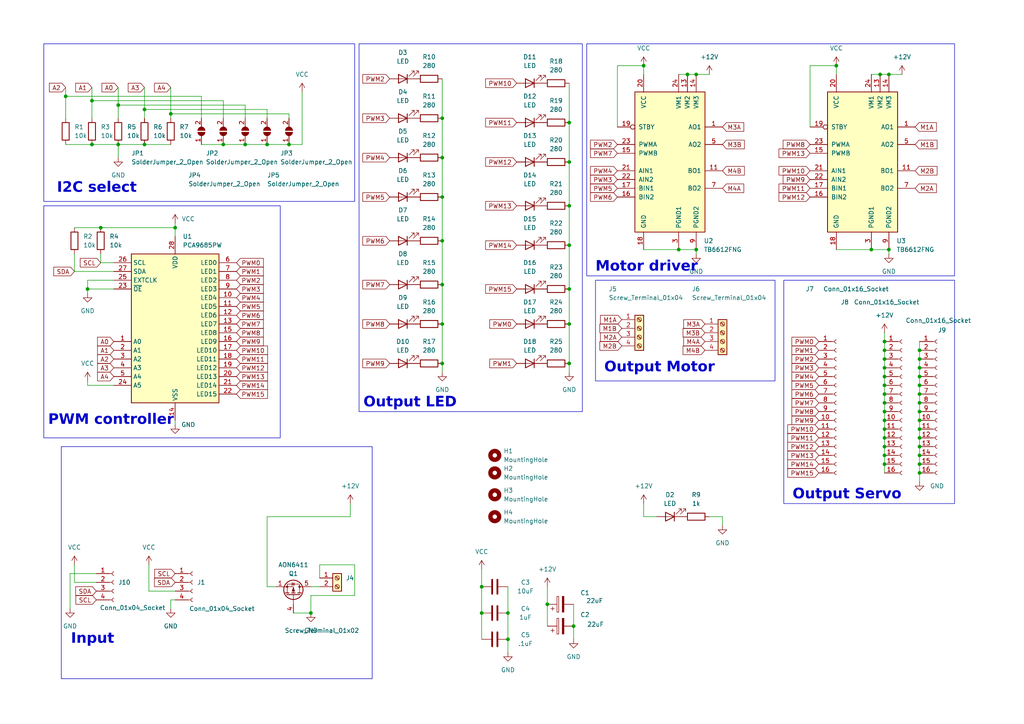
<source format=kicad_sch>
(kicad_sch (version 20231120) (generator "eeschema") (generator_version "8.0")
  (paper "A4")
  (title_block (title "Ultimate Motor Board") (date "2024-04-10") (rev "0.1") (company "Jerry de Vos") (comment 1 "StudioLab") (comment 2 "TU Delft"))
  (junction (at 64.77 41.91))
  (junction (at 90.17 177.8))
  (junction (at 19.05 27.94))
  (junction (at 256.54 129.54))
  (junction (at 266.7 137.16))
  (junction (at 165.1 35.56))
  (junction (at 266.7 114.3))
  (junction (at 256.54 101.6))
  (junction (at 147.32 185.42))
  (junction (at 257.81 72.39))
  (junction (at 128.27 69.85))
  (junction (at 139.7 177.8))
  (junction (at 266.7 104.14))
  (junction (at 128.27 57.15))
  (junction (at 256.54 114.3))
  (junction (at 128.27 45.72))
  (junction (at 266.7 127))
  (junction (at 201.93 21.59))
  (junction (at 25.4 83.82))
  (junction (at 139.7 170.18))
  (junction (at 41.91 41.91))
  (junction (at 165.1 93.98))
  (junction (at 128.27 105.41))
  (junction (at 266.7 111.76))
  (junction (at 186.69 19.05))
  (junction (at 266.7 134.62))
  (junction (at 196.85 72.39))
  (junction (at 165.1 105.41))
  (junction (at 83.82 41.91))
  (junction (at 266.7 129.54))
  (junction (at 266.7 109.22))
  (junction (at 266.7 124.46))
  (junction (at 34.29 41.91))
  (junction (at 256.54 109.22))
  (junction (at 147.32 177.8))
  (junction (at 128.27 82.55))
  (junction (at 266.7 119.38))
  (junction (at 252.73 72.39))
  (junction (at 256.54 119.38))
  (junction (at 257.81 21.59))
  (junction (at 50.8 66.04))
  (junction (at 165.1 71.12))
  (junction (at 256.54 132.08))
  (junction (at 128.27 34.29))
  (junction (at 165.1 59.69))
  (junction (at 256.54 104.14))
  (junction (at 71.12 41.91))
  (junction (at 266.7 106.68))
  (junction (at 165.1 83.82))
  (junction (at 256.54 99.06))
  (junction (at 77.47 41.91))
  (junction (at 34.29 30.48))
  (junction (at 256.54 106.68))
  (junction (at 26.67 41.91))
  (junction (at 165.1 46.99))
  (junction (at 266.7 121.92))
  (junction (at 29.21 66.04))
  (junction (at 49.53 33.02))
  (junction (at 201.93 72.39))
  (junction (at 256.54 121.92))
  (junction (at 256.54 111.76))
  (junction (at 26.67 29.21))
  (junction (at 256.54 127))
  (junction (at 266.7 132.08))
  (junction (at 266.7 101.6))
  (junction (at 128.27 93.98))
  (junction (at 266.7 116.84))
  (junction (at 41.91 31.75))
  (junction (at 256.54 116.84))
  (junction (at 256.54 134.62))
  (junction (at 255.27 21.59))
  (junction (at 158.75 175.26))
  (junction (at 166.37 181.61))
  (junction (at 242.57 19.05))
  (junction (at 256.54 124.46))
  (junction (at 199.39 21.59))
  (wire (pts (xy 165.1 59.69) (xy 165.1 71.12)))
  (wire (pts (xy 147.32 170.18) (xy 147.32 177.8)))
  (wire (pts (xy 87.63 26.67) (xy 87.63 41.91)))
  (wire (pts (xy 266.7 124.46) (xy 266.7 127)))
  (wire (pts (xy 165.1 35.56) (xy 165.1 46.99)))
  (wire (pts (xy 256.54 134.62) (xy 256.54 132.08)))
  (wire (pts (xy 102.87 163.83) (xy 102.87 172.72)))
  (wire (pts (xy 139.7 165.1) (xy 139.7 170.18)))
  (wire (pts (xy 34.29 41.91) (xy 41.91 41.91)))
  (wire (pts (xy 266.7 119.38) (xy 266.7 121.92)))
  (wire (pts (xy 25.4 85.09) (xy 25.4 83.82)))
  (wire (pts (xy 266.7 137.16) (xy 266.7 139.7)))
  (wire (pts (xy 34.29 25.4) (xy 34.29 30.48)))
  (wire (pts (xy 147.32 185.42) (xy 147.32 189.23)))
  (wire (pts (xy 256.54 121.92) (xy 256.54 119.38)))
  (wire (pts (xy 71.12 34.29) (xy 71.12 30.48)))
  (wire (pts (xy 29.21 66.04) (xy 50.8 66.04)))
  (wire (pts (xy 29.21 76.2) (xy 33.02 76.2)))
  (wire (pts (xy 166.37 175.26) (xy 166.37 181.61)))
  (wire (pts (xy 256.54 132.08) (xy 256.54 129.54)))
  (wire (pts (xy 199.39 21.59) (xy 201.93 21.59)))
  (wire (pts (xy 49.53 25.4) (xy 49.53 33.02)))
  (wire (pts (xy 25.4 111.76) (xy 33.02 111.76)))
  (wire (pts (xy 58.42 34.29) (xy 58.42 27.94)))
  (wire (pts (xy 165.1 24.13) (xy 165.1 35.56)))
  (wire (pts (xy 256.54 137.16) (xy 256.54 134.62)))
  (wire (pts (xy 256.54 99.06) (xy 256.54 96.52)))
  (wire (pts (xy 165.1 71.12) (xy 165.1 83.82)))
  (wire (pts (xy 41.91 41.91) (xy 49.53 41.91)))
  (wire (pts (xy 92.71 163.83) (xy 102.87 163.83)))
  (wire (pts (xy 77.47 34.29) (xy 77.47 31.75)))
  (wire (pts (xy 101.6 146.05) (xy 101.6 149.86)))
  (wire (pts (xy 77.47 149.86) (xy 77.47 170.18)))
  (wire (pts (xy 266.7 121.92) (xy 266.7 124.46)))
  (wire (pts (xy 266.7 114.3) (xy 266.7 116.84)))
  (wire (pts (xy 92.71 167.64) (xy 92.71 163.83)))
  (wire (pts (xy 252.73 72.39) (xy 257.81 72.39)))
  (wire (pts (xy 43.18 163.83) (xy 43.18 171.45)))
  (wire (pts (xy 21.59 66.04) (xy 29.21 66.04)))
  (wire (pts (xy 255.27 21.59) (xy 257.81 21.59)))
  (wire (pts (xy 19.05 27.94) (xy 19.05 34.29)))
  (wire (pts (xy 19.05 25.4) (xy 19.05 27.94)))
  (wire (pts (xy 256.54 129.54) (xy 256.54 127)))
  (wire (pts (xy 158.75 170.18) (xy 158.75 175.26)))
  (wire (pts (xy 83.82 33.02) (xy 49.53 33.02)))
  (wire (pts (xy 77.47 31.75) (xy 41.91 31.75)))
  (wire (pts (xy 64.77 29.21) (xy 26.67 29.21)))
  (wire (pts (xy 266.7 132.08) (xy 266.7 134.62)))
  (wire (pts (xy 252.73 21.59) (xy 255.27 21.59)))
  (wire (pts (xy 50.8 66.04) (xy 50.8 68.58)))
  (wire (pts (xy 209.55 149.86) (xy 209.55 152.4)))
  (wire (pts (xy 27.94 166.37) (xy 20.32 166.37)))
  (wire (pts (xy 205.74 149.86) (xy 209.55 149.86)))
  (wire (pts (xy 77.47 41.91) (xy 83.82 41.91)))
  (wire (pts (xy 256.54 106.68) (xy 256.54 104.14)))
  (wire (pts (xy 234.95 19.05) (xy 242.57 19.05)))
  (wire (pts (xy 43.18 171.45) (xy 50.8 171.45)))
  (wire (pts (xy 266.7 101.6) (xy 266.7 104.14)))
  (wire (pts (xy 242.57 72.39) (xy 252.73 72.39)))
  (wire (pts (xy 25.4 83.82) (xy 25.4 81.28)))
  (wire (pts (xy 128.27 22.86) (xy 128.27 34.29)))
  (wire (pts (xy 58.42 41.91) (xy 64.77 41.91)))
  (wire (pts (xy 21.59 78.74) (xy 21.59 73.66)))
  (wire (pts (xy 102.87 172.72) (xy 90.17 172.72)))
  (wire (pts (xy 256.54 116.84) (xy 256.54 114.3)))
  (wire (pts (xy 266.7 99.06) (xy 266.7 101.6)))
  (wire (pts (xy 101.6 149.86) (xy 77.47 149.86)))
  (wire (pts (xy 266.7 104.14) (xy 266.7 106.68)))
  (wire (pts (xy 83.82 34.29) (xy 83.82 33.02)))
  (wire (pts (xy 256.54 104.14) (xy 256.54 101.6)))
  (wire (pts (xy 26.67 25.4) (xy 26.67 29.21)))
  (wire (pts (xy 256.54 101.6) (xy 256.54 99.06)))
  (wire (pts (xy 77.47 170.18) (xy 80.01 170.18)))
  (wire (pts (xy 186.69 149.86) (xy 190.5 149.86)))
  (wire (pts (xy 165.1 105.41) (xy 165.1 107.95)))
  (wire (pts (xy 266.7 127) (xy 266.7 129.54)))
  (wire (pts (xy 64.77 34.29) (xy 64.77 29.21)))
  (wire (pts (xy 128.27 45.72) (xy 128.27 57.15)))
  (wire (pts (xy 41.91 31.75) (xy 41.91 34.29)))
  (wire (pts (xy 266.7 106.68) (xy 266.7 109.22)))
  (wire (pts (xy 19.05 41.91) (xy 26.67 41.91)))
  (wire (pts (xy 25.4 83.82) (xy 33.02 83.82)))
  (wire (pts (xy 85.09 177.8) (xy 90.17 177.8)))
  (wire (pts (xy 201.93 21.59) (xy 205.74 21.59)))
  (wire (pts (xy 20.32 166.37) (xy 20.32 176.53)))
  (wire (pts (xy 196.85 21.59) (xy 199.39 21.59)))
  (wire (pts (xy 41.91 25.4) (xy 41.91 31.75)))
  (wire (pts (xy 256.54 114.3) (xy 256.54 111.76)))
  (wire (pts (xy 257.81 21.59) (xy 261.62 21.59)))
  (wire (pts (xy 128.27 105.41) (xy 128.27 107.95)))
  (wire (pts (xy 186.69 146.05) (xy 186.69 149.86)))
  (wire (pts (xy 165.1 93.98) (xy 165.1 105.41)))
  (wire (pts (xy 256.54 124.46) (xy 256.54 121.92)))
  (wire (pts (xy 33.02 78.74) (xy 21.59 78.74)))
  (wire (pts (xy 179.07 36.83) (xy 179.07 19.05)))
  (wire (pts (xy 266.7 129.54) (xy 266.7 132.08)))
  (wire (pts (xy 128.27 69.85) (xy 128.27 82.55)))
  (wire (pts (xy 201.93 73.66) (xy 201.93 72.39)))
  (wire (pts (xy 266.7 111.76) (xy 266.7 114.3)))
  (wire (pts (xy 21.59 163.83) (xy 21.59 168.91)))
  (wire (pts (xy 139.7 170.18) (xy 139.7 177.8)))
  (wire (pts (xy 128.27 93.98) (xy 128.27 105.41)))
  (wire (pts (xy 26.67 41.91) (xy 34.29 41.91)))
  (wire (pts (xy 58.42 27.94) (xy 19.05 27.94)))
  (wire (pts (xy 139.7 177.8) (xy 139.7 185.42)))
  (wire (pts (xy 196.85 72.39) (xy 186.69 72.39)))
  (wire (pts (xy 49.53 33.02) (xy 49.53 34.29)))
  (wire (pts (xy 71.12 30.48) (xy 34.29 30.48)))
  (wire (pts (xy 256.54 127) (xy 256.54 124.46)))
  (wire (pts (xy 50.8 64.77) (xy 50.8 66.04)))
  (wire (pts (xy 25.4 81.28) (xy 33.02 81.28)))
  (wire (pts (xy 179.07 19.05) (xy 186.69 19.05)))
  (wire (pts (xy 201.93 72.39) (xy 196.85 72.39)))
  (wire (pts (xy 158.75 175.26) (xy 158.75 181.61)))
  (wire (pts (xy 29.21 73.66) (xy 29.21 76.2)))
  (wire (pts (xy 256.54 119.38) (xy 256.54 116.84)))
  (wire (pts (xy 256.54 111.76) (xy 256.54 109.22)))
  (wire (pts (xy 87.63 41.91) (xy 83.82 41.91)))
  (wire (pts (xy 234.95 36.83) (xy 234.95 19.05)))
  (wire (pts (xy 34.29 41.91) (xy 34.29 45.72)))
  (wire (pts (xy 90.17 177.8) (xy 90.17 172.72)))
  (wire (pts (xy 186.69 19.05) (xy 186.69 21.59)))
  (wire (pts (xy 257.81 72.39) (xy 257.81 73.66)))
  (wire (pts (xy 21.59 168.91) (xy 27.94 168.91)))
  (wire (pts (xy 147.32 177.8) (xy 147.32 185.42)))
  (wire (pts (xy 50.8 173.99) (xy 49.53 173.99)))
  (wire (pts (xy 50.8 123.19) (xy 50.8 121.92)))
  (wire (pts (xy 266.7 134.62) (xy 266.7 137.16)))
  (wire (pts (xy 165.1 46.99) (xy 165.1 59.69)))
  (wire (pts (xy 26.67 29.21) (xy 26.67 34.29)))
  (wire (pts (xy 166.37 181.61) (xy 166.37 185.42)))
  (wire (pts (xy 266.7 109.22) (xy 266.7 111.76)))
  (wire (pts (xy 256.54 109.22) (xy 256.54 106.68)))
  (wire (pts (xy 71.12 41.91) (xy 77.47 41.91)))
  (wire (pts (xy 25.4 110.49) (xy 25.4 111.76)))
  (wire (pts (xy 242.57 19.05) (xy 242.57 21.59)))
  (wire (pts (xy 128.27 82.55) (xy 128.27 93.98)))
  (wire (pts (xy 266.7 116.84) (xy 266.7 119.38)))
  (wire (pts (xy 165.1 83.82) (xy 165.1 93.98)))
  (wire (pts (xy 90.17 170.18) (xy 92.71 170.18)))
  (wire (pts (xy 49.53 173.99) (xy 49.53 176.53)))
  (wire (pts (xy 34.29 30.48) (xy 34.29 34.29)))
  (wire (pts (xy 64.77 41.91) (xy 71.12 41.91)))
  (wire (pts (xy 128.27 57.15) (xy 128.27 69.85)))
  (wire (pts (xy 128.27 34.29) (xy 128.27 45.72)))
  (rectangle (start 104.14 12.7) (end 168.91 119.38))
  (rectangle (start 12.7 12.7) (end 102.87 58.42))
  (rectangle (start 170.18 12.7) (end 276.86 80.01))
  (rectangle (start 227.33 81.28) (end 276.86 146.05))
  (rectangle (start 172.72 81.28) (end 224.79 110.49))
  (rectangle (start 12.7 59.69) (end 81.28 127))
  (rectangle (start 17.78 129.54) (end 107.95 196.85))
  (text "Output Servo" (at 229.87 146.05 0) (effects (font (size 3 3) (thickness 0.8) (bold yes)) (justify left bottom)))
  (text "Motor driver" (at 172.72 80.01 0) (effects (font (size 3 3) (thickness 0.8) (bold yes)) (justify left bottom)))
  (text "Input" (at 20.574 187.96 0) (effects (font (size 3 3) (thickness 0.8) (bold yes)) (justify left bottom)))
  (text "Output LED" (at 105.41 119.38 0) (effects (font (size 3 3) (thickness 0.8) (bold yes)) (justify left bottom)))
  (text "Output Motor" (at 175.26 109.22 0) (effects (font (size 3 3) (thickness 0.8) (bold yes)) (justify left bottom)))
  (text "I2C select" (at 16.51 57.15 0) (effects (font (size 3 3) (thickness 0.8) (bold yes)) (justify left bottom)))
  (text "PWM controller" (at 13.97 124.46 0) (effects (font (size 3 3) (thickness 0.8) (bold yes)) (justify left bottom)))
  (global_label "PWM3" (shape input) (at 237.49 106.68 180) (property "Intersheetrefs" "${INTERSHEET_REFS}" (effects (hide yes))))
  (global_label "PWM8" (shape input) (at 113.03 93.98 180) (property "Intersheetrefs" "${INTERSHEET_REFS}" (effects (hide yes))))
  (global_label "A2" (shape input) (at 19.05 25.4 180) (property "Intersheetrefs" "${INTERSHEET_REFS}" (effects (hide yes))))
  (global_label "PWM8" (shape input) (at 234.95 41.91 180) (property "Intersheetrefs" "${INTERSHEET_REFS}" (effects (hide yes))))
  (global_label "PWM5" (shape input) (at 237.49 111.76 180) (property "Intersheetrefs" "${INTERSHEET_REFS}" (effects (hide yes))))
  (global_label "PWM5" (shape input) (at 68.58 88.9 0) (property "Intersheetrefs" "${INTERSHEET_REFS}" (effects (hide yes))))
  (global_label "PWM10" (shape input) (at 68.58 101.6 0) (property "Intersheetrefs" "${INTERSHEET_REFS}" (effects (hide yes))))
  (global_label "PWM12" (shape input) (at 234.95 57.15 180) (property "Intersheetrefs" "${INTERSHEET_REFS}" (effects (hide yes))))
  (global_label "PWM7" (shape input) (at 237.49 116.84 180) (property "Intersheetrefs" "${INTERSHEET_REFS}" (effects (hide yes))))
  (global_label "PWM4" (shape input) (at 113.03 45.72 180) (property "Intersheetrefs" "${INTERSHEET_REFS}" (effects (hide yes))))
  (global_label "PWM6" (shape input) (at 237.49 114.3 180) (property "Intersheetrefs" "${INTERSHEET_REFS}" (effects (hide yes))))
  (global_label "M4A" (shape input) (at 209.55 54.61 0) (property "Intersheetrefs" "${INTERSHEET_REFS}" (effects (hide yes))))
  (global_label "PWM11" (shape input) (at 234.95 54.61 180) (property "Intersheetrefs" "${INTERSHEET_REFS}" (effects (hide yes))))
  (global_label "PWM2" (shape input) (at 113.03 22.86 180) (property "Intersheetrefs" "${INTERSHEET_REFS}" (effects (hide yes))))
  (global_label "SDA" (shape input) (at 50.8 168.91 180) (property "Intersheetrefs" "${INTERSHEET_REFS}" (effects (hide yes))))
  (global_label "PWM12" (shape input) (at 237.49 129.54 180) (property "Intersheetrefs" "${INTERSHEET_REFS}" (effects (hide yes))))
  (global_label "M1A" (shape input) (at 265.43 36.83 0) (property "Intersheetrefs" "${INTERSHEET_REFS}" (effects (hide yes))))
  (global_label "SDA" (shape input) (at 21.59 78.74 180) (property "Intersheetrefs" "${INTERSHEET_REFS}" (effects (hide yes))))
  (global_label "A1" (shape input) (at 33.02 101.6 180) (property "Intersheetrefs" "${INTERSHEET_REFS}" (effects (hide yes))))
  (global_label "A3" (shape input) (at 41.91 25.4 180) (property "Intersheetrefs" "${INTERSHEET_REFS}" (effects (hide yes))))
  (global_label "PWM9" (shape input) (at 234.95 52.07 180) (property "Intersheetrefs" "${INTERSHEET_REFS}" (effects (hide yes))))
  (global_label "PWM13" (shape input) (at 234.95 44.45 180) (property "Intersheetrefs" "${INTERSHEET_REFS}" (effects (hide yes))))
  (global_label "PWM2" (shape input) (at 237.49 104.14 180) (property "Intersheetrefs" "${INTERSHEET_REFS}" (effects (hide yes))))
  (global_label "PWM5" (shape input) (at 113.03 57.15 180) (property "Intersheetrefs" "${INTERSHEET_REFS}" (effects (hide yes))))
  (global_label "M3A" (shape input) (at 209.55 36.83 0) (property "Intersheetrefs" "${INTERSHEET_REFS}" (effects (hide yes))))
  (global_label "PWM9" (shape input) (at 237.49 121.92 180) (property "Intersheetrefs" "${INTERSHEET_REFS}" (effects (hide yes))))
  (global_label "PWM14" (shape input) (at 149.86 71.12 180) (property "Intersheetrefs" "${INTERSHEET_REFS}" (effects (hide yes))))
  (global_label "PWM15" (shape input) (at 68.58 114.3 0) (property "Intersheetrefs" "${INTERSHEET_REFS}" (effects (hide yes))))
  (global_label "PWM9" (shape input) (at 68.58 99.06 0) (property "Intersheetrefs" "${INTERSHEET_REFS}" (effects (hide yes))))
  (global_label "PWM11" (shape input) (at 68.58 104.14 0) (property "Intersheetrefs" "${INTERSHEET_REFS}" (effects (hide yes))))
  (global_label "PWM2" (shape input) (at 179.07 41.91 180) (property "Intersheetrefs" "${INTERSHEET_REFS}" (effects (hide yes))))
  (global_label "PWM1" (shape input) (at 68.58 78.74 0) (property "Intersheetrefs" "${INTERSHEET_REFS}" (effects (hide yes))))
  (global_label "M1B" (shape input) (at 265.43 41.91 0) (property "Intersheetrefs" "${INTERSHEET_REFS}" (effects (hide yes))))
  (global_label "PWM10" (shape input) (at 149.86 24.13 180) (property "Intersheetrefs" "${INTERSHEET_REFS}" (effects (hide yes))))
  (global_label "A3" (shape input) (at 33.02 106.68 180) (property "Intersheetrefs" "${INTERSHEET_REFS}" (effects (hide yes))))
  (global_label "M2A" (shape input) (at 180.34 97.79 180) (property "Intersheetrefs" "${INTERSHEET_REFS}" (effects (hide yes))))
  (global_label "M2B" (shape input) (at 180.34 100.33 180) (property "Intersheetrefs" "${INTERSHEET_REFS}" (effects (hide yes))))
  (global_label "PWM4" (shape input) (at 237.49 109.22 180) (property "Intersheetrefs" "${INTERSHEET_REFS}" (effects (hide yes))))
  (global_label "A2" (shape input) (at 33.02 104.14 180) (property "Intersheetrefs" "${INTERSHEET_REFS}" (effects (hide yes))))
  (global_label "PWM9" (shape input) (at 113.03 105.41 180) (property "Intersheetrefs" "${INTERSHEET_REFS}" (effects (hide yes))))
  (global_label "PWM13" (shape input) (at 237.49 132.08 180) (property "Intersheetrefs" "${INTERSHEET_REFS}" (effects (hide yes))))
  (global_label "M2B" (shape input) (at 265.43 49.53 0) (property "Intersheetrefs" "${INTERSHEET_REFS}" (effects (hide yes))))
  (global_label "PWM3" (shape input) (at 113.03 34.29 180) (property "Intersheetrefs" "${INTERSHEET_REFS}" (effects (hide yes))))
  (global_label "PWM0" (shape input) (at 237.49 99.06 180) (property "Intersheetrefs" "${INTERSHEET_REFS}" (effects (hide yes))))
  (global_label "M4B" (shape input) (at 209.55 49.53 0) (property "Intersheetrefs" "${INTERSHEET_REFS}" (effects (hide yes))))
  (global_label "PWM8" (shape input) (at 237.49 119.38 180) (property "Intersheetrefs" "${INTERSHEET_REFS}" (effects (hide yes))))
  (global_label "PWM11" (shape input) (at 237.49 127 180) (property "Intersheetrefs" "${INTERSHEET_REFS}" (effects (hide yes))))
  (global_label "PWM6" (shape input) (at 113.03 69.85 180) (property "Intersheetrefs" "${INTERSHEET_REFS}" (effects (hide yes))))
  (global_label "PWM6" (shape input) (at 68.58 91.44 0) (property "Intersheetrefs" "${INTERSHEET_REFS}" (effects (hide yes))))
  (global_label "SCL" (shape input) (at 29.21 76.2 180) (property "Intersheetrefs" "${INTERSHEET_REFS}" (effects (hide yes))))
  (global_label "PWM1" (shape input) (at 149.86 105.41 180) (property "Intersheetrefs" "${INTERSHEET_REFS}" (effects (hide yes))))
  (global_label "M3B" (shape input) (at 204.47 96.52 180) (property "Intersheetrefs" "${INTERSHEET_REFS}" (effects (hide yes))))
  (global_label "A4" (shape input) (at 33.02 109.22 180) (property "Intersheetrefs" "${INTERSHEET_REFS}" (effects (hide yes))))
  (global_label "M4B" (shape input) (at 204.47 101.6 180) (property "Intersheetrefs" "${INTERSHEET_REFS}" (effects (hide yes))))
  (global_label "PWM0" (shape input) (at 149.86 93.98 180) (property "Intersheetrefs" "${INTERSHEET_REFS}" (effects (hide yes))))
  (global_label "PWM1" (shape input) (at 237.49 101.6 180) (property "Intersheetrefs" "${INTERSHEET_REFS}" (effects (hide yes))))
  (global_label "PWM7" (shape input) (at 113.03 82.55 180) (property "Intersheetrefs" "${INTERSHEET_REFS}" (effects (hide yes))))
  (global_label "PWM10" (shape input) (at 237.49 124.46 180) (property "Intersheetrefs" "${INTERSHEET_REFS}" (effects (hide yes))))
  (global_label "A4" (shape input) (at 49.53 25.4 180) (property "Intersheetrefs" "${INTERSHEET_REFS}" (effects (hide yes))))
  (global_label "A0" (shape input) (at 33.02 99.06 180) (property "Intersheetrefs" "${INTERSHEET_REFS}" (effects (hide yes))))
  (global_label "PWM12" (shape input) (at 68.58 106.68 0) (property "Intersheetrefs" "${INTERSHEET_REFS}" (effects (hide yes))))
  (global_label "M2A" (shape input) (at 265.43 54.61 0) (property "Intersheetrefs" "${INTERSHEET_REFS}" (effects (hide yes))))
  (global_label "PWM4" (shape input) (at 179.07 49.53 180) (property "Intersheetrefs" "${INTERSHEET_REFS}" (effects (hide yes))))
  (global_label "PWM15" (shape input) (at 237.49 137.16 180) (property "Intersheetrefs" "${INTERSHEET_REFS}" (effects (hide yes))))
  (global_label "SCL" (shape input) (at 50.8 166.37 180) (property "Intersheetrefs" "${INTERSHEET_REFS}" (effects (hide yes))))
  (global_label "PWM4" (shape input) (at 68.58 86.36 0) (property "Intersheetrefs" "${INTERSHEET_REFS}" (effects (hide yes))))
  (global_label "PWM11" (shape input) (at 149.86 35.56 180) (property "Intersheetrefs" "${INTERSHEET_REFS}" (effects (hide yes))))
  (global_label "PWM8" (shape input) (at 68.58 96.52 0) (property "Intersheetrefs" "${INTERSHEET_REFS}" (effects (hide yes))))
  (global_label "SCL" (shape input) (at 27.94 173.99 180) (property "Intersheetrefs" "${INTERSHEET_REFS}" (effects (hide yes))))
  (global_label "PWM10" (shape input) (at 234.95 49.53 180) (property "Intersheetrefs" "${INTERSHEET_REFS}" (effects (hide yes))))
  (global_label "M4A" (shape input) (at 204.47 99.06 180) (property "Intersheetrefs" "${INTERSHEET_REFS}" (effects (hide yes))))
  (global_label "PWM6" (shape input) (at 179.07 57.15 180) (property "Intersheetrefs" "${INTERSHEET_REFS}" (effects (hide yes))))
  (global_label "PWM15" (shape input) (at 149.86 83.82 180) (property "Intersheetrefs" "${INTERSHEET_REFS}" (effects (hide yes))))
  (global_label "PWM0" (shape input) (at 68.58 76.2 0) (property "Intersheetrefs" "${INTERSHEET_REFS}" (effects (hide yes))))
  (global_label "PWM5" (shape input) (at 179.07 54.61 180) (property "Intersheetrefs" "${INTERSHEET_REFS}" (effects (hide yes))))
  (global_label "M1B" (shape input) (at 180.34 95.25 180) (property "Intersheetrefs" "${INTERSHEET_REFS}" (effects (hide yes))))
  (global_label "A1" (shape input) (at 26.67 25.4 180) (property "Intersheetrefs" "${INTERSHEET_REFS}" (effects (hide yes))))
  (global_label "PWM13" (shape input) (at 149.86 59.69 180) (property "Intersheetrefs" "${INTERSHEET_REFS}" (effects (hide yes))))
  (global_label "M3B" (shape input) (at 209.55 41.91 0) (property "Intersheetrefs" "${INTERSHEET_REFS}" (effects (hide yes))))
  (global_label "PWM7" (shape input) (at 68.58 93.98 0) (property "Intersheetrefs" "${INTERSHEET_REFS}" (effects (hide yes))))
  (global_label "PWM3" (shape input) (at 68.58 83.82 0) (property "Intersheetrefs" "${INTERSHEET_REFS}" (effects (hide yes))))
  (global_label "M1A" (shape input) (at 180.34 92.71 180) (property "Intersheetrefs" "${INTERSHEET_REFS}" (effects (hide yes))))
  (global_label "PWM12" (shape input) (at 149.86 46.99 180) (property "Intersheetrefs" "${INTERSHEET_REFS}" (effects (hide yes))))
  (global_label "PWM3" (shape input) (at 179.07 52.07 180) (property "Intersheetrefs" "${INTERSHEET_REFS}" (effects (hide yes))))
  (global_label "PWM14" (shape input) (at 68.58 111.76 0) (property "Intersheetrefs" "${INTERSHEET_REFS}" (effects (hide yes))))
  (global_label "PWM2" (shape input) (at 68.58 81.28 0) (property "Intersheetrefs" "${INTERSHEET_REFS}" (effects (hide yes))))
  (global_label "M3A" (shape input) (at 204.47 93.98 180) (property "Intersheetrefs" "${INTERSHEET_REFS}" (effects (hide yes))))
  (global_label "A0" (shape input) (at 34.29 25.4 180) (property "Intersheetrefs" "${INTERSHEET_REFS}" (effects (hide yes))))
  (global_label "PWM7" (shape input) (at 179.07 44.45 180) (property "Intersheetrefs" "${INTERSHEET_REFS}" (effects (hide yes))))
  (global_label "SDA" (shape input) (at 27.94 171.45 180) (property "Intersheetrefs" "${INTERSHEET_REFS}" (effects (hide yes))))
  (global_label "PWM14" (shape input) (at 237.49 134.62 180) (property "Intersheetrefs" "${INTERSHEET_REFS}" (effects (hide yes))))
  (global_label "PWM13" (shape input) (at 68.58 109.22 0) (property "Intersheetrefs" "${INTERSHEET_REFS}" (effects (hide yes))))
  (symbol (lib_id "Device:C_Polarized") (at 162.56 181.61 90) (unit 1)
    (property "Reference" "C2" (at 169.672 178.308 90))
    (property "Value" "22uF" (at 172.72 181.102 90))
    (property "Footprint" "Capacitor_SMD:CP_Elec_6.3x5.7" (effects (hide yes)))
    (property "Description" "Polarized capacitor" (effects (hide yes)))
  )
  (symbol (lib_id "Device:LED") (at 153.67 46.99 180) (unit 1)
    (property "Reference" "D13" (at 153.67 39.37 0))
    (property "Value" "LED" (at 153.67 41.91 0))
    (property "Footprint" "LED_SMD:LED_0805_2012Metric_Pad1.15x1.40mm_HandSolder" (effects (hide yes)))
  )
  (symbol (lib_id "Device:R") (at 124.46 105.41 90) (unit 1)
    (property "Reference" "R17" (at 124.46 99.06 90))
    (property "Value" "280" (at 124.46 101.6 90))
    (property "Footprint" "Resistor_SMD:R_0805_2012Metric_Pad1.20x1.40mm_HandSolder" (effects (hide yes)))
  )
  (symbol (lib_id "Device:LED") (at 116.84 22.86 180) (unit 1)
    (property "Reference" "D3" (at 116.84 15.24 0))
    (property "Value" "LED" (at 116.84 17.78 0))
    (property "Footprint" "LED_SMD:LED_0805_2012Metric_Pad1.15x1.40mm_HandSolder" (effects (hide yes)))
  )
  (symbol (lib_id "Device:LED") (at 116.84 93.98 180) (unit 1)
    (property "Reference" "D9" (at 116.84 86.36 0))
    (property "Value" "LED" (at 116.84 88.9 0))
    (property "Footprint" "LED_SMD:LED_0805_2012Metric_Pad1.15x1.40mm_HandSolder" (effects (hide yes)))
  )
  (symbol (lib_id "power:+12V") (at 205.74 21.59 0) (unit 1)
    (property "Reference" "#PWR01" (effects (hide yes)))
    (property "Value" "+12V" (at 205.74 16.51 0))
  )
  (symbol (lib_id "Device:R") (at 124.46 45.72 90) (unit 1)
    (property "Reference" "R12" (at 124.46 39.37 90))
    (property "Value" "280" (at 124.46 41.91 90))
    (property "Footprint" "Resistor_SMD:R_0805_2012Metric_Pad1.20x1.40mm_HandSolder" (effects (hide yes)))
  )
  (symbol (lib_id "Device:LED") (at 153.67 35.56 180) (unit 1)
    (property "Reference" "D12" (at 153.67 27.94 0))
    (property "Value" "LED" (at 153.67 30.48 0))
    (property "Footprint" "LED_SMD:LED_0805_2012Metric_Pad1.15x1.40mm_HandSolder" (effects (hide yes)))
  )
  (symbol (lib_id "Device:R") (at 124.46 69.85 90) (unit 1)
    (property "Reference" "R14" (at 124.46 63.5 90))
    (property "Value" "280" (at 124.46 66.04 90))
    (property "Footprint" "Resistor_SMD:R_0805_2012Metric_Pad1.20x1.40mm_HandSolder" (effects (hide yes)))
  )
  (symbol (lib_id "Device:R") (at 19.05 38.1 0) (unit 1)
    (property "Reference" "R1" (at 21.59 36.83 0) (effects (justify left)))
    (property "Value" "10k" (at 21.59 39.37 0) (effects (justify left)))
    (property "Footprint" "Resistor_SMD:R_0805_2012Metric_Pad1.20x1.40mm_HandSolder" (effects (hide yes)))
  )
  (symbol (lib_id "Connector:Screw_Terminal_01x02") (at 97.79 167.64 0) (unit 1)
    (property "Reference" "J4" (at 100.33 167.64 0) (effects (justify left)))
    (property "Value" "Screw_Terminal_01x02" (at 82.55 182.88 0) (effects (justify left)))
    (property "Footprint" "TerminalBlock_Phoenix:TerminalBlock_Phoenix_PT-1,5-2-5.0-H_1x02_P5.00mm_Horizontal" (effects (hide yes)))
  )
  (symbol (lib_id "Device:R") (at 29.21 69.85 0) (unit 1)
    (property "Reference" "R4" (at 31.75 68.58 0) (effects (justify left)))
    (property "Value" "10k" (at 31.75 71.12 0) (effects (justify left)))
    (property "Footprint" "Resistor_SMD:R_0805_2012Metric_Pad1.20x1.40mm_HandSolder" (effects (hide yes)))
  )
  (symbol (lib_id "Connector:Conn_01x04_Socket") (at 55.88 168.91 0) (unit 1)
    (property "Reference" "J1" (at 57.15 168.91 0) (effects (justify left)))
    (property "Value" "Conn_01x04_Socket" (at 54.864 176.53 0) (effects (justify left)))
    (property "Footprint" "Connector:NS-Tech_Grove_1x04_P2mm_Vertical" (effects (hide yes)))
  )
  (symbol (lib_id "Device:C") (at 143.51 177.8 90) (unit 1)
    (property "Reference" "C4" (at 152.4 176.53 90))
    (property "Value" "1uF" (at 152.4 179.07 90))
    (property "Footprint" "Capacitor_SMD:C_0805_2012Metric_Pad1.18x1.45mm_HandSolder" (effects (hide yes)))
  )
  (symbol (lib_id "Device:LED") (at 116.84 105.41 180) (unit 1)
    (property "Reference" "D10" (at 116.84 99.06 0))
    (property "Value" "LED" (at 116.84 101.6 0))
    (property "Footprint" "LED_SMD:LED_0805_2012Metric_Pad1.15x1.40mm_HandSolder" (effects (hide yes)))
  )
  (symbol (lib_id "power:VCC") (at 186.69 19.05 0) (unit 1)
    (property "Reference" "#PWR023" (effects (hide yes)))
    (property "Value" "VCC" (at 186.69 13.97 0))
  )
  (symbol (lib_id "Mechanical:MountingHole") (at 143.51 132.08 0) (unit 1)
    (property "Reference" "H1" (at 146.05 130.81 0) (effects (justify left)))
    (property "Value" "MountingHole" (at 146.05 133.35 0) (effects (justify left)))
    (property "Footprint" "MountingHole:MountingHole_2.5mm" (effects (hide yes)))
  )
  (symbol (lib_id "Connector:Conn_01x16_Socket") (at 242.57 116.84 0) (unit 1)
    (property "Reference" "J7" (at 233.68 83.82 0) (effects (justify left)))
    (property "Value" "Conn_01x16_Socket" (at 238.76 83.82 0) (effects (justify left)))
    (property "Footprint" "Connector_PinHeader_2.54mm:PinHeader_1x16_P2.54mm_Vertical" (effects (hide yes)))
  )
  (symbol (lib_id "power:VCC") (at 50.8 64.77 0) (unit 1)
    (property "Reference" "#PWR08" (effects (hide yes)))
    (property "Value" "VCC" (at 54.61 63.5 0))
  )
  (symbol (lib_id "Device:R") (at 161.29 35.56 90) (unit 1)
    (property "Reference" "R19" (at 161.29 29.21 90))
    (property "Value" "280" (at 161.29 31.75 90))
    (property "Footprint" "Resistor_SMD:R_0805_2012Metric_Pad1.20x1.40mm_HandSolder" (effects (hide yes)))
  )
  (symbol (lib_id "Device:LED") (at 153.67 83.82 180) (unit 1)
    (property "Reference" "D16" (at 153.67 76.2 0))
    (property "Value" "LED" (at 153.67 78.74 0))
    (property "Footprint" "LED_SMD:LED_0805_2012Metric_Pad1.15x1.40mm_HandSolder" (effects (hide yes)))
  )
  (symbol (lib_id "Device:LED") (at 153.67 71.12 180) (unit 1)
    (property "Reference" "D15" (at 153.67 63.5 0))
    (property "Value" "LED" (at 153.67 66.04 0))
    (property "Footprint" "LED_SMD:LED_0805_2012Metric_Pad1.15x1.40mm_HandSolder" (effects (hide yes)))
  )
  (symbol (lib_id "power:GND") (at 20.32 176.53 0) (unit 1)
    (property "Reference" "#PWR032" (effects (hide yes)))
    (property "Value" "GND" (at 20.32 181.61 0))
  )
  (symbol (lib_id "Device:R") (at 161.29 71.12 90) (unit 1)
    (property "Reference" "R22" (at 161.29 64.77 90))
    (property "Value" "280" (at 161.29 67.31 90))
    (property "Footprint" "Resistor_SMD:R_0805_2012Metric_Pad1.20x1.40mm_HandSolder" (effects (hide yes)))
  )
  (symbol (lib_id "power:GND") (at 128.27 107.95 0) (unit 1)
    (property "Reference" "#PWR021" (effects (hide yes)))
    (property "Value" "GND" (at 128.27 113.03 0))
  )
  (symbol (lib_id "power:VCC") (at 139.7 165.1 0) (unit 1)
    (property "Reference" "#PWR019" (effects (hide yes)))
    (property "Value" "VCC" (at 139.7 160.02 0))
  )
  (symbol (lib_id "Device:R") (at 124.46 34.29 90) (unit 1)
    (property "Reference" "R11" (at 124.46 27.94 90))
    (property "Value" "280" (at 124.46 30.48 90))
    (property "Footprint" "Resistor_SMD:R_0805_2012Metric_Pad1.20x1.40mm_HandSolder" (effects (hide yes)))
  )
  (symbol (lib_id "Device:R") (at 124.46 57.15 90) (unit 1)
    (property "Reference" "R13" (at 124.46 50.8 90))
    (property "Value" "280" (at 124.46 53.34 90))
    (property "Footprint" "Resistor_SMD:R_0805_2012Metric_Pad1.20x1.40mm_HandSolder" (effects (hide yes)))
  )
  (symbol (lib_id "power:+12V") (at 186.69 146.05 0) (unit 1)
    (property "Reference" "#PWR014" (effects (hide yes)))
    (property "Value" "+12V" (at 186.69 140.97 0))
  )
  (symbol (lib_id "Device:LED") (at 116.84 45.72 180) (unit 1)
    (property "Reference" "D5" (at 116.84 38.1 0))
    (property "Value" "LED" (at 116.84 40.64 0))
    (property "Footprint" "LED_SMD:LED_0805_2012Metric_Pad1.15x1.40mm_HandSolder" (effects (hide yes)))
  )
  (symbol (lib_id "Device:R") (at 161.29 105.41 90) (unit 1)
    (property "Reference" "R25" (at 161.29 99.06 90))
    (property "Value" "280" (at 161.29 101.6 90))
    (property "Footprint" "Resistor_SMD:R_0805_2012Metric_Pad1.20x1.40mm_HandSolder" (effects (hide yes)))
  )
  (symbol (lib_id "Device:R") (at 161.29 93.98 90) (unit 1)
    (property "Reference" "R24" (at 161.29 87.63 90))
    (property "Value" "280" (at 161.29 90.17 90))
    (property "Footprint" "Resistor_SMD:R_0805_2012Metric_Pad1.20x1.40mm_HandSolder" (effects (hide yes)))
  )
  (symbol (lib_id "Device:R") (at 26.67 38.1 0) (unit 1)
    (property "Reference" "R3" (at 29.21 36.83 0) (effects (justify left)))
    (property "Value" "10k" (at 29.21 39.37 0) (effects (justify left)))
    (property "Footprint" "Resistor_SMD:R_0805_2012Metric_Pad1.20x1.40mm_HandSolder" (effects (hide yes)))
  )
  (symbol (lib_id "Device:R") (at 124.46 22.86 90) (unit 1)
    (property "Reference" "R10" (at 124.46 16.51 90))
    (property "Value" "280" (at 124.46 19.05 90))
    (property "Footprint" "Resistor_SMD:R_0805_2012Metric_Pad1.20x1.40mm_HandSolder" (effects (hide yes)))
  )
  (symbol (lib_id "Connector:Conn_01x16_Socket") (at 271.78 116.84 0) (unit 1)
    (property "Reference" "J9" (at 272.034 95.758 0) (effects (justify left)))
    (property "Value" "Conn_01x16_Socket" (at 262.636 92.964 0) (effects (justify left)))
    (property "Footprint" "Connector_PinHeader_2.54mm:PinHeader_1x16_P2.54mm_Vertical" (effects (hide yes)))
  )
  (symbol (lib_id "power:GND") (at 34.29 45.72 0) (unit 1)
    (property "Reference" "#PWR06" (effects (hide yes)))
    (property "Value" "GND" (at 34.29 50.8 0))
  )
  (symbol (lib_id "power:GND") (at 50.8 123.19 0) (unit 1)
    (property "Reference" "#PWR09" (effects (hide yes)))
    (property "Value" "GND" (at 54.61 123.19 0))
  )
  (symbol (lib_id "Mechanical:MountingHole") (at 143.51 149.86 0) (unit 1)
    (property "Reference" "H4" (at 146.05 148.59 0) (effects (justify left)))
    (property "Value" "MountingHole" (at 146.05 151.13 0) (effects (justify left)))
    (property "Footprint" "MountingHole:MountingHole_2.5mm" (effects (hide yes)))
  )
  (symbol (lib_id "Device:LED") (at 116.84 82.55 180) (unit 1)
    (property "Reference" "D8" (at 116.84 73.66 0))
    (property "Value" "LED" (at 116.84 76.2 0))
    (property "Footprint" "LED_SMD:LED_0805_2012Metric_Pad1.15x1.40mm_HandSolder" (effects (hide yes)))
  )
  (symbol (lib_id "power:VCC") (at 21.59 163.83 0) (unit 1)
    (property "Reference" "#PWR031" (effects (hide yes)))
    (property "Value" "VCC" (at 21.59 158.75 0))
  )
  (symbol (lib_id "Jumper:SolderJumper_2_Open") (at 77.47 38.1 90) (unit 1)
    (property "Reference" "JP4" (at 54.61 50.8 90) (effects (justify right)))
    (property "Value" "SolderJumper_2_Open" (at 54.61 53.34 90) (effects (justify right)))
    (property "Footprint" "Jumper:SolderJumper-2_P1.3mm_Open_TrianglePad1.0x1.5mm" (effects (hide yes)))
  )
  (symbol (lib_id "power:GND") (at 166.37 185.42 0) (unit 1)
    (property "Reference" "#PWR016" (effects (hide yes)))
    (property "Value" "GND" (at 166.37 190.5 0))
  )
  (symbol (lib_id "Device:LED") (at 116.84 57.15 180) (unit 1)
    (property "Reference" "D6" (at 116.84 49.53 0))
    (property "Value" "LED" (at 116.84 52.07 0))
    (property "Footprint" "LED_SMD:LED_0805_2012Metric_Pad1.15x1.40mm_HandSolder" (effects (hide yes)))
  )
  (symbol (lib_id "Jumper:SolderJumper_2_Open") (at 71.12 38.1 90) (unit 1)
    (property "Reference" "JP3" (at 81.28 44.45 90) (effects (justify right)))
    (property "Value" "SolderJumper_2_Open" (at 81.28 46.99 90) (effects (justify right)))
    (property "Footprint" "Jumper:SolderJumper-2_P1.3mm_Open_TrianglePad1.0x1.5mm" (effects (hide yes)))
  )
  (symbol (lib_id "Device:R") (at 21.59 69.85 0) (unit 1)
    (property "Reference" "R2" (at 24.13 68.58 0) (effects (justify left)))
    (property "Value" "10k" (at 24.13 71.12 0) (effects (justify left)))
    (property "Footprint" "Resistor_SMD:R_0805_2012Metric_Pad1.20x1.40mm_HandSolder" (effects (hide yes)))
  )
  (symbol (lib_id "power:+12V") (at 256.54 96.52 0) (unit 1)
    (property "Reference" "#PWR07" (effects (hide yes)))
    (property "Value" "+12V" (at 256.54 91.44 0))
  )
  (symbol (lib_id "Device:LED") (at 116.84 34.29 180) (unit 1)
    (property "Reference" "D4" (at 116.84 26.67 0))
    (property "Value" "LED" (at 116.84 29.21 0))
    (property "Footprint" "LED_SMD:LED_0805_2012Metric_Pad1.15x1.40mm_HandSolder" (effects (hide yes)))
  )
  (symbol (lib_id "Driver_LED:PCA9685PW") (at 50.8 93.98 0) (unit 1)
    (property "Reference" "U1" (at 52.9941 68.58 0) (effects (justify left)))
    (property "Value" "PCA9685PW" (at 52.9941 71.12 0) (effects (justify left)))
    (property "Footprint" "Package_SO:TSSOP-28_4.4x9.7mm_P0.65mm" (effects (hide yes)))
    (property "Datasheet" "http://www.nxp.com/docs/en/data-sheet/PCA9685.pdf" (effects (hide yes)))
  )
  (symbol (lib_id "Device:LED") (at 153.67 59.69 180) (unit 1)
    (property "Reference" "D14" (at 153.67 50.8 0))
    (property "Value" "LED" (at 153.67 53.34 0))
    (property "Footprint" "LED_SMD:LED_0805_2012Metric_Pad1.15x1.40mm_HandSolder" (effects (hide yes)))
  )
  (symbol (lib_id "Mechanical:MountingHole") (at 143.51 143.51 0) (unit 1)
    (property "Reference" "H3" (at 146.05 142.24 0) (effects (justify left)))
    (property "Value" "MountingHole" (at 146.05 144.78 0) (effects (justify left)))
    (property "Footprint" "MountingHole:MountingHole_2.5mm" (effects (hide yes)))
  )
  (symbol (lib_id "Device:LED") (at 153.67 93.98 180) (unit 1)
    (property "Reference" "D17" (at 153.67 87.63 0))
    (property "Value" "LED" (at 153.67 90.17 0))
    (property "Footprint" "LED_SMD:LED_0805_2012Metric_Pad1.15x1.40mm_HandSolder" (effects (hide yes)))
  )
  (symbol (lib_id "Device:R") (at 161.29 24.13 90) (unit 1)
    (property "Reference" "R18" (at 161.29 17.78 90))
    (property "Value" "280" (at 161.29 20.32 90))
    (property "Footprint" "Resistor_SMD:R_0805_2012Metric_Pad1.20x1.40mm_HandSolder" (effects (hide yes)))
  )
  (symbol (lib_id "Device:R") (at 161.29 46.99 90) (unit 1)
    (property "Reference" "R20" (at 161.29 40.64 90))
    (property "Value" "280" (at 161.29 43.18 90))
    (property "Footprint" "Resistor_SMD:R_0805_2012Metric_Pad1.20x1.40mm_HandSolder" (effects (hide yes)))
  )
  (symbol (lib_id "Device:R") (at 161.29 59.69 90) (unit 1)
    (property "Reference" "R21" (at 161.29 53.34 90))
    (property "Value" "280" (at 161.29 55.88 90))
    (property "Footprint" "Resistor_SMD:R_0805_2012Metric_Pad1.20x1.40mm_HandSolder" (effects (hide yes)))
  )
  (symbol (lib_id "Device:R") (at 34.29 38.1 0) (unit 1)
    (property "Reference" "R5" (at 36.83 36.83 0) (effects (justify left)))
    (property "Value" "10k" (at 36.83 39.37 0) (effects (justify left)))
    (property "Footprint" "Resistor_SMD:R_0805_2012Metric_Pad1.20x1.40mm_HandSolder" (effects (hide yes)))
  )
  (symbol (lib_id "power:VCC") (at 25.4 110.49 0) (unit 1)
    (property "Reference" "#PWR05" (effects (hide yes)))
    (property "Value" "VCC" (at 25.4 105.41 0))
  )
  (symbol (lib_id "power:+12V") (at 101.6 146.05 0) (unit 1)
    (property "Reference" "#PWR010" (effects (hide yes)))
    (property "Value" "+12V" (at 101.6 140.97 0))
  )
  (symbol (lib_id "Device:R") (at 201.93 149.86 90) (unit 1)
    (property "Reference" "R9" (at 201.93 143.51 90))
    (property "Value" "1k" (at 201.93 146.05 90))
    (property "Footprint" "Resistor_SMD:R_0805_2012Metric_Pad1.20x1.40mm_HandSolder" (effects (hide yes)))
  )
  (symbol (lib_id "Device:C") (at 143.51 185.42 90) (unit 1)
    (property "Reference" "C5" (at 152.4 184.15 90))
    (property "Value" ".1uF" (at 152.4 186.69 90))
    (property "Footprint" "Capacitor_SMD:C_0805_2012Metric_Pad1.18x1.45mm_HandSolder" (effects (hide yes)))
  )
  (symbol (lib_id "Device:R") (at 49.53 38.1 0) (unit 1)
    (property "Reference" "R7" (at 52.07 36.83 0) (effects (justify left)))
    (property "Value" "10k" (at 52.07 39.37 0) (effects (justify left)))
    (property "Footprint" "Resistor_SMD:R_0805_2012Metric_Pad1.20x1.40mm_HandSolder" (effects (hide yes)))
  )
  (symbol (lib_id "power:GND") (at 90.17 177.8 0) (unit 1)
    (property "Reference" "#PWR011" (effects (hide yes)))
    (property "Value" "GND" (at 90.17 182.88 0))
  )
  (symbol (lib_id "Transistor_FET:AON6411") (at 85.09 172.72 270) (mirror x) (unit 1)
    (property "Reference" "Q1" (at 85.09 166.37 90))
    (property "Value" "AON6411" (at 85.09 163.83 90))
    (property "Footprint" "Package_DFN_QFN:AO_DFN-8-1EP_5.55x5.2mm_P1.27mm_EP4.12x4.6mm" (effects (hide yes)))
    (property "Datasheet" "http://www.aosmd.com/res/data_sheets/AON6411.pdf" (effects (hide yes)))
  )
  (symbol (lib_id "Device:R") (at 124.46 82.55 90) (unit 1)
    (property "Reference" "R15" (at 124.46 76.2 90))
    (property "Value" "280" (at 124.46 78.74 90))
    (property "Footprint" "Resistor_SMD:R_0805_2012Metric_Pad1.20x1.40mm_HandSolder" (effects (hide yes)))
  )
  (symbol (lib_id "Connector:Screw_Terminal_01x04") (at 209.55 96.52 0) (unit 1)
    (property "Reference" "J6" (at 200.66 83.82 0) (effects (justify left)))
    (property "Value" "Screw_Terminal_01x04" (at 200.66 86.36 0) (effects (justify left)))
    (property "Footprint" "TerminalBlock_Phoenix:TerminalBlock_Phoenix_PT-1,5-4-5.0-H_1x04_P5.00mm_Horizontal" (effects (hide yes)))
  )
  (symbol (lib_id "Device:R") (at 124.46 93.98 90) (unit 1)
    (property "Reference" "R16" (at 124.46 87.63 90))
    (property "Value" "280" (at 124.46 90.17 90))
    (property "Footprint" "Resistor_SMD:R_0805_2012Metric_Pad1.20x1.40mm_HandSolder" (effects (hide yes)))
  )
  (symbol (lib_id "power:GND") (at 147.32 189.23 0) (unit 1)
    (property "Reference" "#PWR020" (effects (hide yes)))
    (property "Value" "GND" (at 147.32 194.31 0))
  )
  (symbol (lib_id "Connector:Screw_Terminal_01x04") (at 185.42 95.25 0) (unit 1)
    (property "Reference" "J5" (at 176.53 83.82 0) (effects (justify left)))
    (property "Value" "Screw_Terminal_01x04" (at 176.53 86.36 0) (effects (justify left)))
    (property "Footprint" "TerminalBlock_Phoenix:TerminalBlock_Phoenix_PT-1,5-4-5.0-H_1x04_P5.00mm_Horizontal" (effects (hide yes)))
  )
  (symbol (lib_id "Connector:Conn_01x16_Socket") (at 261.62 116.84 0) (unit 1)
    (property "Reference" "J8" (at 243.84 87.63 0) (effects (justify left)))
    (property "Value" "Conn_01x16_Socket" (at 247.65 87.63 0) (effects (justify left)))
    (property "Footprint" "Connector_PinHeader_2.54mm:PinHeader_1x16_P2.54mm_Vertical" (effects (hide yes)))
  )
  (symbol (lib_id "power:GND") (at 266.7 139.7 0) (unit 1)
    (property "Reference" "#PWR030" (effects (hide yes)))
    (property "Value" "GND" (at 271.78 140.97 0))
  )
  (symbol (lib_id "Driver_Motor:TB6612FNG") (at 194.31 46.99 0) (unit 1)
    (property "Reference" "U2" (at 204.1241 69.85 0) (effects (justify left)))
    (property "Value" "TB6612FNG" (at 204.1241 72.39 0) (effects (justify left)))
    (property "Footprint" "Package_SO:SSOP-24_5.3x8.2mm_P0.65mm" (effects (hide yes)))
    (property "Datasheet" "https://toshiba.semicon-storage.com/us/product/linear/motordriver/detail.TB6612FNG.html" (effects (hide yes)))
  )
  (symbol (lib_id "Mechanical:MountingHole") (at 143.51 137.16 0) (unit 1)
    (property "Reference" "H2" (at 146.05 135.89 0) (effects (justify left)))
    (property "Value" "MountingHole" (at 146.05 138.43 0) (effects (justify left)))
    (property "Footprint" "MountingHole:MountingHole_2.5mm" (effects (hide yes)))
  )
  (symbol (lib_id "Device:LED") (at 153.67 24.13 180) (unit 1)
    (property "Reference" "D11" (at 153.67 16.51 0))
    (property "Value" "LED" (at 153.67 19.05 0))
    (property "Footprint" "LED_SMD:LED_0805_2012Metric_Pad1.15x1.40mm_HandSolder" (effects (hide yes)))
  )
  (symbol (lib_id "power:GND") (at 165.1 107.95 0) (unit 1)
    (property "Reference" "#PWR022" (effects (hide yes)))
    (property "Value" "GND" (at 165.1 113.03 0))
  )
  (symbol (lib_id "Device:LED") (at 194.31 149.86 180) (unit 1)
    (property "Reference" "D2" (at 194.31 143.51 0))
    (property "Value" "LED" (at 194.31 146.05 0))
    (property "Footprint" "LED_SMD:LED_0805_2012Metric_Pad1.15x1.40mm_HandSolder" (effects (hide yes)))
  )
  (symbol (lib_id "Jumper:SolderJumper_2_Open") (at 58.42 38.1 90) (unit 1)
    (property "Reference" "JP1" (at 38.1 44.45 90) (effects (justify right)))
    (property "Value" "SolderJumper_2_Open" (at 38.1 46.99 90) (effects (justify right)))
    (property "Footprint" "Jumper:SolderJumper-2_P1.3mm_Open_TrianglePad1.0x1.5mm" (effects (hide yes)))
  )
  (symbol (lib_id "Device:R") (at 41.91 38.1 0) (unit 1)
    (property "Reference" "R6" (at 44.45 36.83 0) (effects (justify left)))
    (property "Value" "10k" (at 44.45 39.37 0) (effects (justify left)))
    (property "Footprint" "Resistor_SMD:R_0805_2012Metric_Pad1.20x1.40mm_HandSolder" (effects (hide yes)))
  )
  (symbol (lib_id "power:+12V") (at 158.75 170.18 0) (unit 1)
    (property "Reference" "#PWR015" (effects (hide yes)))
    (property "Value" "+12V" (at 158.75 165.1 0))
  )
  (symbol (lib_id "Device:LED") (at 116.84 69.85 180) (unit 1)
    (property "Reference" "D7" (at 116.84 60.96 0))
    (property "Value" "LED" (at 116.84 63.5 0))
    (property "Footprint" "LED_SMD:LED_0805_2012Metric_Pad1.15x1.40mm_HandSolder" (effects (hide yes)))
  )
  (symbol (lib_id "Jumper:SolderJumper_2_Open") (at 83.82 38.1 90) (unit 1)
    (property "Reference" "JP5" (at 77.47 50.8 90) (effects (justify right)))
    (property "Value" "SolderJumper_2_Open" (at 77.47 53.34 90) (effects (justify right)))
    (property "Footprint" "Jumper:SolderJumper-2_P1.3mm_Open_TrianglePad1.0x1.5mm" (effects (hide yes)))
  )
  (symbol (lib_id "power:GND") (at 201.93 73.66 0) (unit 1)
    (property "Reference" "#PWR024" (effects (hide yes)))
    (property "Value" "GND" (at 201.93 78.74 0))
  )
  (symbol (lib_id "power:VCC") (at 43.18 163.83 0) (unit 1)
    (property "Reference" "#PWR02" (effects (hide yes)))
    (property "Value" "VCC" (at 43.18 158.75 0))
  )
  (symbol (lib_id "power:GND") (at 49.53 176.53 0) (unit 1)
    (property "Reference" "#PWR03" (effects (hide yes)))
    (property "Value" "GND" (at 49.53 181.61 0))
  )
  (symbol (lib_id "power:+12V") (at 261.62 21.59 0) (unit 1)
    (property "Reference" "#PWR012" (effects (hide yes)))
    (property "Value" "+12V" (at 261.62 16.51 0))
  )
  (symbol (lib_id "Jumper:SolderJumper_2_Open") (at 64.77 38.1 90) (unit 1)
    (property "Reference" "JP2" (at 59.69 44.45 90) (effects (justify right)))
    (property "Value" "SolderJumper_2_Open" (at 59.69 46.99 90) (effects (justify right)))
    (property "Footprint" "Jumper:SolderJumper-2_P1.3mm_Open_TrianglePad1.0x1.5mm" (effects (hide yes)))
  )
  (symbol (lib_id "power:GND") (at 25.4 85.09 0) (unit 1)
    (property "Reference" "#PWR04" (effects (hide yes)))
    (property "Value" "GND" (at 25.4 90.17 0))
  )
  (symbol (lib_id "Device:LED") (at 153.67 105.41 180) (unit 1)
    (property "Reference" "D18" (at 153.67 99.06 0))
    (property "Value" "LED" (at 153.67 101.6 0))
    (property "Footprint" "LED_SMD:LED_0805_2012Metric_Pad1.15x1.40mm_HandSolder" (effects (hide yes)))
  )
  (symbol (lib_id "Device:C_Polarized") (at 162.56 175.26 90) (unit 1)
    (property "Reference" "C1" (at 169.672 171.958 90))
    (property "Value" "22uF" (at 172.466 174.244 90))
    (property "Footprint" "Capacitor_SMD:CP_Elec_6.3x5.7" (effects (hide yes)))
    (property "Description" "Polarized capacitor" (effects (hide yes)))
  )
  (symbol (lib_id "Connector:Conn_01x04_Socket") (at 33.02 168.91 0) (unit 1)
    (property "Reference" "J10" (at 34.29 168.91 0) (effects (justify left)))
    (property "Value" "Conn_01x04_Socket" (at 28.956 176.276 0) (effects (justify left)))
    (property "Footprint" "Connector_JST:JST_SH_SM04B-SRSS-TB_1x04-1MP_P1.00mm_Horizontal" (effects (hide yes)))
  )
  (symbol (lib_id "power:GND") (at 257.81 73.66 0) (unit 1)
    (property "Reference" "#PWR028" (effects (hide yes)))
    (property "Value" "GND" (at 257.81 78.74 0))
  )
  (symbol (lib_id "Device:R") (at 161.29 83.82 90) (unit 1)
    (property "Reference" "R23" (at 161.29 77.47 90))
    (property "Value" "280" (at 161.29 80.01 90))
    (property "Footprint" "Resistor_SMD:R_0805_2012Metric_Pad1.20x1.40mm_HandSolder" (effects (hide yes)))
  )
  (symbol (lib_id "power:VCC") (at 242.57 19.05 0) (unit 1)
    (property "Reference" "#PWR026" (effects (hide yes)))
    (property "Value" "VCC" (at 242.57 13.97 0))
  )
  (symbol (lib_id "power:GND") (at 209.55 152.4 0) (unit 1)
    (property "Reference" "#PWR018" (effects (hide yes)))
    (property "Value" "GND" (at 209.55 157.48 0))
  )
  (symbol (lib_id "Device:C") (at 143.51 170.18 90) (unit 1)
    (property "Reference" "C3" (at 152.4 168.91 90))
    (property "Value" "10uF" (at 152.4 171.45 90))
    (property "Footprint" "Capacitor_SMD:C_0805_2012Metric_Pad1.18x1.45mm_HandSolder" (effects (hide yes)))
  )
  (symbol (lib_id "power:VCC") (at 87.63 26.67 0) (unit 1)
    (property "Reference" "#PWR013" (effects (hide yes)))
    (property "Value" "VCC" (at 87.63 21.59 0))
  )
  (symbol (lib_id "Driver_Motor:TB6612FNG") (at 250.19 46.99 0) (unit 1)
    (property "Reference" "U3" (at 260.0041 69.85 0) (effects (justify left)))
    (property "Value" "TB6612FNG" (at 260.0041 72.39 0) (effects (justify left)))
    (property "Footprint" "Package_SO:SSOP-24_5.3x8.2mm_P0.65mm" (effects (hide yes)))
    (property "Datasheet" "https://toshiba.semicon-storage.com/us/product/linear/motordriver/detail.TB6612FNG.html" (effects (hide yes)))
  )
)
</source>
